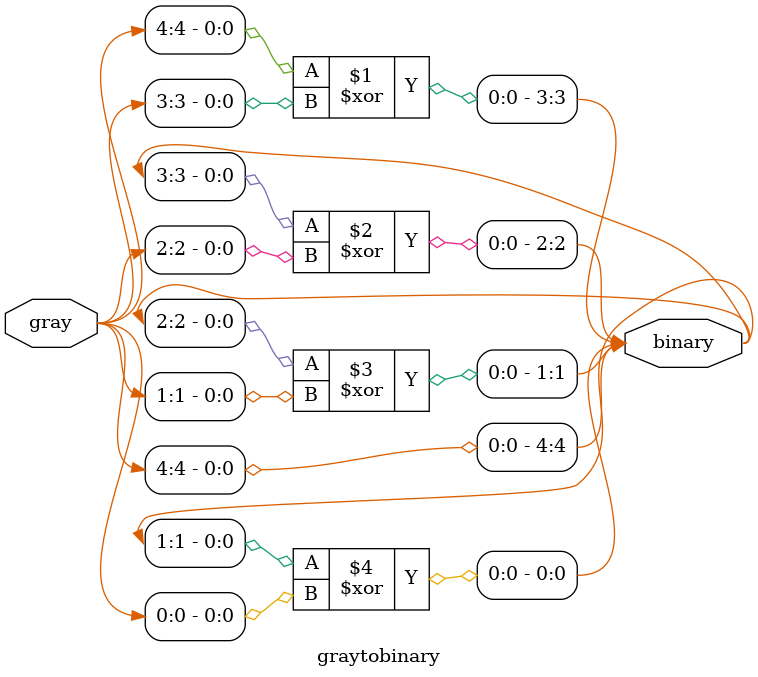
<source format=v>
`timescale 1ns / 1ps
module graytobinary(gray,binary);
input [4:0] gray;
output [4:0] binary;
assign binary[4]=gray[4];
assign binary[3]=binary[4]^gray[3];
assign binary[2]=binary[3]^gray[2];
assign binary[1]=binary[2]^gray[1];
assign binary[0]=binary[1]^gray[0];



endmodule

</source>
